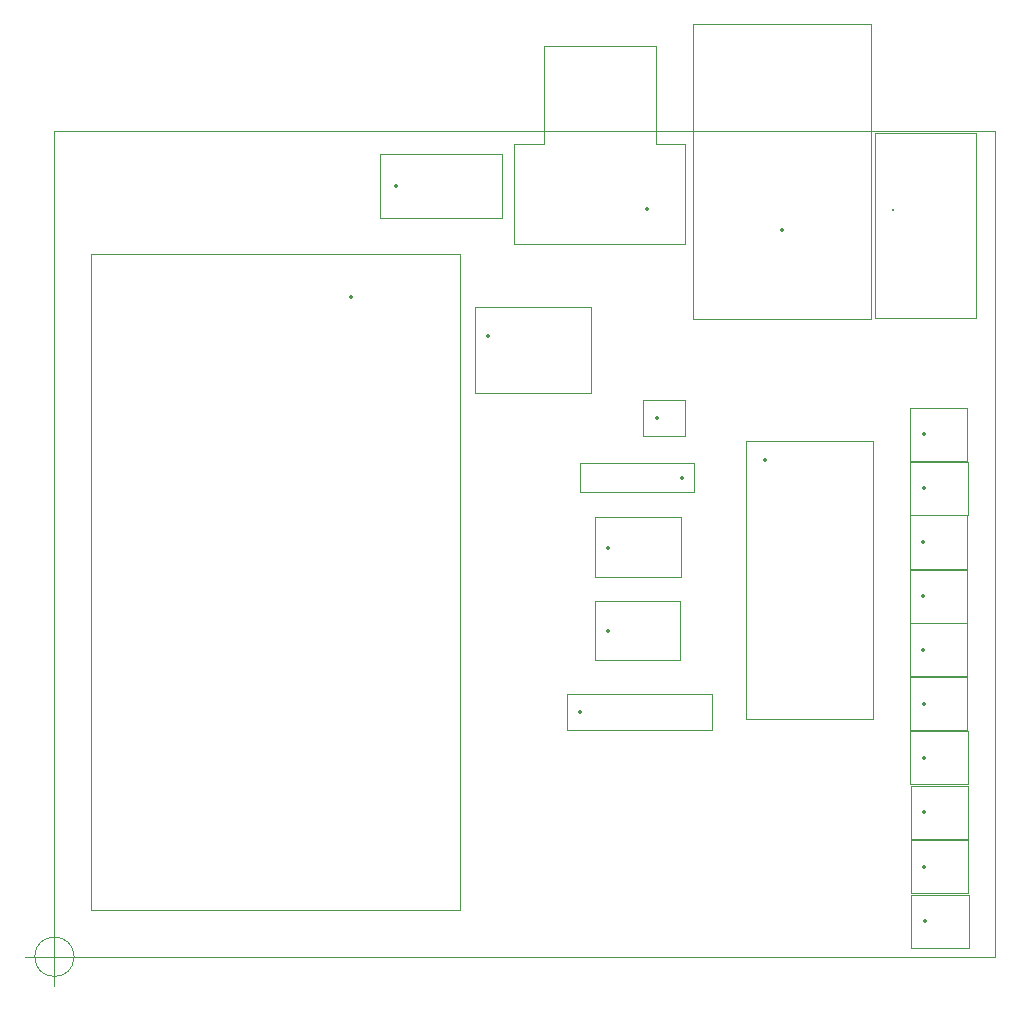
<source format=gbr>
%TF.GenerationSoftware,KiCad,Pcbnew,(6.0.4)*%
%TF.CreationDate,2022-10-12T20:42:57+02:00*%
%TF.ProjectId,swmeter,73776d65-7465-4722-9e6b-696361645f70,0.2*%
%TF.SameCoordinates,PX5d9f490PY775a330*%
%TF.FileFunction,Component,L1,Top*%
%TF.FilePolarity,Positive*%
%FSLAX46Y46*%
G04 Gerber Fmt 4.6, Leading zero omitted, Abs format (unit mm)*
G04 Created by KiCad (PCBNEW (6.0.4)) date 2022-10-12 20:42:57*
%MOMM*%
%LPD*%
G01*
G04 APERTURE LIST*
%TA.AperFunction,ComponentMain*%
%ADD10C,0.300000*%
%TD*%
%TA.AperFunction,ComponentOutline,Courtyard*%
%ADD11C,0.100000*%
%TD*%
%TA.AperFunction,ComponentPin*%
%ADD12P,0.360000X4X0.000000*%
%TD*%
%TA.AperFunction,ComponentPin*%
%ADD13C,0.000000*%
%TD*%
%TA.AperFunction,Profile*%
%ADD14C,0.100000*%
%TD*%
G04 APERTURE END LIST*
D10*
%TO.C,"SW1"*%
%TO.CFtp,"SW_DIP_SPSTx01_Slide_9.78x4.72mm_W7.62mm_P2.54mm"*%
%TO.CVal,"SW_DIP_x01"*%
%TO.CLbN,"Button_Switch_THT"*%
%TO.CMnt,TH*%
%TO.CRot,0*%
X28912500Y65225000D03*
D11*
X37862499Y62525001D02*
X27562501Y62525001D01*
X27562501Y67924999D01*
X37862499Y67924999D01*
X37862499Y62525001D01*
D12*
%TO.P,"SW1","1"*%
X28912500Y65225000D03*
D13*
%TO.P,"SW1","2"*%
X36532500Y65225000D03*
%TD*%
D10*
%TO.C,"SW2"*%
%TO.CFtp,"SW_E-Switch_EG1224_SPDT_Angled"*%
%TO.CVal,"SW_SPDT"*%
%TO.CLbN,"Button_Switch_THT"*%
%TO.CMnt,TH*%
%TO.CRot,180*%
X50180000Y63325000D03*
D11*
X50929999Y68825000D02*
X50930000Y68824999D01*
X53429999Y68824999D01*
X53429999Y60325001D01*
X38930001Y60325001D01*
X38930001Y68824999D01*
X41430000Y68824999D01*
X41430001Y68825000D01*
X41430001Y77074999D01*
X50929999Y77074999D01*
X50929999Y68825000D01*
D12*
%TO.P,"SW2","1","A"*%
X50180000Y63325000D03*
D13*
%TO.P,"SW2",*%
X52180000Y67575000D03*
X40180000Y67575000D03*
X52180000Y61575000D03*
X40180000Y61575000D03*
%TO.P,"SW2","2","B"*%
X46180000Y63325000D03*
%TO.P,"SW2","3","C"*%
X42180000Y63325000D03*
%TD*%
D10*
%TO.C,"D4"*%
%TO.CFtp,"LED_D3.0mm_Clear"*%
%TO.CVal,"LED"*%
%TO.CLbN,"LED_THT"*%
%TO.CMnt,TH*%
%TO.CRot,0*%
X73610000Y16820000D03*
D11*
X77309999Y14570001D02*
X72460001Y14570001D01*
X72460001Y19069999D01*
X77309999Y19069999D01*
X77309999Y14570001D01*
D12*
%TO.P,"D4","1","K"*%
X73610000Y16820000D03*
D13*
%TO.P,"D4","2","A"*%
X76150000Y16820000D03*
%TD*%
D10*
%TO.C,"J1"*%
%TO.CFtp,"Jack_3.5mm_Lumberg_1503_07_Horizontal"*%
%TO.CVal,"AudioPlug"*%
%TO.CLbN,"Connector_Audio"*%
%TO.CMnt,TH*%
%TO.CRot,0*%
X71005000Y63250000D03*
D11*
X78004999Y54100001D02*
X69505001Y54100001D01*
X69505001Y69749999D01*
X78004999Y69749999D01*
X78004999Y54100001D01*
D13*
%TO.P,"J1",*%
X71255000Y59750000D03*
X76255000Y59750000D03*
%TO.P,"J1","R"*%
X76055000Y55750000D03*
%TO.P,"J1","S"*%
X71455000Y55750000D03*
%TO.P,"J1","T"*%
X76505000Y63250000D03*
X71005000Y63250000D03*
%TD*%
D10*
%TO.C,"RV1"*%
%TO.CFtp,"Potentiometer_Bourns_3266Y_Vertical"*%
%TO.CVal,"R_Potentiometer_Trim"*%
%TO.CLbN,"Potentiometer_THT"*%
%TO.CMnt,TH*%
%TO.CRot,180*%
X46865000Y34625000D03*
D11*
X53014999Y32175001D02*
X45765001Y32175001D01*
X45765001Y37224999D01*
X53014999Y37224999D01*
X53014999Y32175001D01*
D12*
%TO.P,"RV1","1","1"*%
X46865000Y34625000D03*
D13*
%TO.P,"RV1","3","3"*%
X51945000Y34625000D03*
%TO.P,"RV1","2","2"*%
X49405000Y34625000D03*
%TD*%
D10*
%TO.C,"D10"*%
%TO.CFtp,"LED_D3.0mm_Clear"*%
%TO.CVal,"red"*%
%TO.CLbN,"LED_THT"*%
%TO.CMnt,TH*%
%TO.CRot,0*%
X73585000Y44220000D03*
D11*
X77284999Y41970001D02*
X72435001Y41970001D01*
X72435001Y46469999D01*
X77284999Y46469999D01*
X77284999Y41970001D01*
D12*
%TO.P,"D10","1","K"*%
X73585000Y44220000D03*
D13*
%TO.P,"D10","2","A"*%
X76125000Y44220000D03*
%TD*%
D10*
%TO.C,"BT1"*%
%TO.CFtp,"BatteryHolder_Eagle_12BH611-GR"*%
%TO.CVal,"Battery_Cell"*%
%TO.CLbN,"Battery"*%
%TO.CMnt,TH*%
%TO.CRot,90*%
X25080000Y55850000D03*
D11*
X34329999Y3950001D02*
X3130001Y3950001D01*
X3130001Y59449999D01*
X34329999Y59449999D01*
X34329999Y3950001D01*
D12*
%TO.P,"BT1","1","+"*%
X25080000Y55850000D03*
D13*
%TO.P,"BT1",*%
X7630000Y44950000D03*
X29830000Y31700000D03*
X7630000Y16950000D03*
%TO.P,"BT1","2","-"*%
X12380000Y55850000D03*
%TD*%
D10*
%TO.C,"D1"*%
%TO.CFtp,"LED_D3.0mm_Clear"*%
%TO.CVal,"LED"*%
%TO.CLbN,"LED_THT"*%
%TO.CMnt,TH*%
%TO.CRot,0*%
X73710000Y2970000D03*
D11*
X77409999Y720001D02*
X72560001Y720001D01*
X72560001Y5219999D01*
X77409999Y5219999D01*
X77409999Y720001D01*
D12*
%TO.P,"D1","1","K"*%
X73710000Y2970000D03*
D13*
%TO.P,"D1","2","A"*%
X76250000Y2970000D03*
%TD*%
D10*
%TO.C,"D9"*%
%TO.CFtp,"LED_D3.0mm_Clear"*%
%TO.CVal,"LED"*%
%TO.CLbN,"LED_THT"*%
%TO.CMnt,TH*%
%TO.CRot,0*%
X73610000Y39645000D03*
D11*
X77309999Y37395001D02*
X72460001Y37395001D01*
X72460001Y41894999D01*
X77309999Y41894999D01*
X77309999Y37395001D01*
D12*
%TO.P,"D9","1","K"*%
X73610000Y39645000D03*
D13*
%TO.P,"D9","2","A"*%
X76150000Y39645000D03*
%TD*%
D10*
%TO.C,"D5"*%
%TO.CFtp,"LED_D3.0mm_Clear"*%
%TO.CVal,"LED"*%
%TO.CLbN,"LED_THT"*%
%TO.CMnt,TH*%
%TO.CRot,0*%
X73585000Y21420000D03*
D11*
X77284999Y19170001D02*
X72435001Y19170001D01*
X72435001Y23669999D01*
X77284999Y23669999D01*
X77284999Y19170001D01*
D12*
%TO.P,"D5","1","K"*%
X73585000Y21420000D03*
D13*
%TO.P,"D5","2","A"*%
X76125000Y21420000D03*
%TD*%
D10*
%TO.C,"D7"*%
%TO.CFtp,"LED_D3.0mm_Clear"*%
%TO.CVal,"LED"*%
%TO.CLbN,"LED_THT"*%
%TO.CMnt,TH*%
%TO.CRot,0*%
X73560000Y30520000D03*
D11*
X77259999Y28270001D02*
X72410001Y28270001D01*
X72410001Y32769999D01*
X77259999Y32769999D01*
X77259999Y28270001D01*
D12*
%TO.P,"D7","1","K"*%
X73560000Y30520000D03*
D13*
%TO.P,"D7","2","A"*%
X76100000Y30520000D03*
%TD*%
D10*
%TO.C,"SW3"*%
%TO.CFtp,"SW_DIP_SPSTx02_Slide_6.7x6.64mm_W7.62mm_P2.54mm_LowProfile"*%
%TO.CVal,"SW_DIP_x02"*%
%TO.CLbN,"Button_Switch_THT"*%
%TO.CMnt,TH*%
%TO.CRot,0*%
X36705000Y52575000D03*
D11*
X45404999Y47675001D02*
X35605001Y47675001D01*
X35605001Y54974999D01*
X45404999Y54974999D01*
X45404999Y47675001D01*
D12*
%TO.P,"SW3","1"*%
X36705000Y52575000D03*
D13*
%TO.P,"SW3","2"*%
X36705000Y50035000D03*
%TO.P,"SW3","3"*%
X44325000Y50035000D03*
%TO.P,"SW3","4"*%
X44325000Y52575000D03*
%TD*%
D10*
%TO.C,"R1"*%
%TO.CFtp,"R_Axial_DIN0207_L6.3mm_D2.5mm_P10.16mm_Horizontal"*%
%TO.CVal,"1K"*%
%TO.CLbN,"Resistor_THT"*%
%TO.CMnt,TH*%
%TO.CRot,0*%
X44480000Y20720000D03*
D11*
X55689999Y19220001D02*
X43430001Y19220001D01*
X43430001Y22219999D01*
X55689999Y22219999D01*
X55689999Y19220001D01*
D12*
%TO.P,"R1","1"*%
X44480000Y20720000D03*
D13*
%TO.P,"R1","2"*%
X54640000Y20720000D03*
%TD*%
D10*
%TO.C,"U1"*%
%TO.CFtp,"DIP-18_W7.62mm_Socket"*%
%TO.CVal,"LM3914N"*%
%TO.CLbN,"Package_DIP"*%
%TO.CMnt,TH*%
%TO.CRot,0*%
X60140000Y42030000D03*
D11*
X69289999Y20130001D02*
X58590001Y20130001D01*
X58590001Y43629999D01*
X69289999Y43629999D01*
X69289999Y20130001D01*
D12*
%TO.P,"U1","1","LED1"*%
X60140000Y42030000D03*
D13*
%TO.P,"U1","2","V-"*%
X60140000Y39490000D03*
%TO.P,"U1","3","V+"*%
X60140000Y36950000D03*
%TO.P,"U1","4","RLO"*%
X60140000Y34410000D03*
%TO.P,"U1","5","SIG"*%
X60140000Y31870000D03*
%TO.P,"U1","6","RHI"*%
X60140000Y29330000D03*
%TO.P,"U1","7","RFOUT"*%
X60140000Y26790000D03*
%TO.P,"U1","8","REFADJ"*%
X60140000Y24250000D03*
%TO.P,"U1","9","MODE"*%
X60140000Y21710000D03*
%TO.P,"U1","10","LED2"*%
X67760000Y21710000D03*
%TO.P,"U1","11","LED3"*%
X67760000Y24250000D03*
%TO.P,"U1","12","LED4"*%
X67760000Y26790000D03*
%TO.P,"U1","13","LED5"*%
X67760000Y29330000D03*
%TO.P,"U1","14","LED6"*%
X67760000Y31870000D03*
%TO.P,"U1","15","LED7"*%
X67760000Y34410000D03*
%TO.P,"U1","16","LED8"*%
X67760000Y36950000D03*
%TO.P,"U1","17","LED9"*%
X67760000Y39490000D03*
%TO.P,"U1","18","LED10"*%
X67760000Y42030000D03*
%TD*%
D10*
%TO.C,"J2"*%
%TO.CFtp,"BNC_TEConnectivity_1478035_Horizontal"*%
%TO.CVal,"Conn_Coaxial"*%
%TO.CLbN,"Connector_Coaxial"*%
%TO.CMnt,TH*%
%TO.CRot,0*%
X61630000Y61550000D03*
D11*
X69159999Y54020001D02*
X54100001Y54020001D01*
X54100001Y78949999D01*
X69159999Y78949999D01*
X69159999Y54020001D01*
D12*
%TO.P,"J2","1","In"*%
X61630000Y61550000D03*
D13*
%TO.P,"J2","2","Ext"*%
X66655000Y56525000D03*
X66655000Y66575000D03*
X56605000Y56525000D03*
X56605000Y66575000D03*
%TD*%
D10*
%TO.C,"D2"*%
%TO.CFtp,"LED_D3.0mm_Clear"*%
%TO.CVal,"LED"*%
%TO.CLbN,"LED_THT"*%
%TO.CMnt,TH*%
%TO.CRot,0*%
X73660000Y7620000D03*
D11*
X77359999Y5370001D02*
X72510001Y5370001D01*
X72510001Y9869999D01*
X77359999Y9869999D01*
X77359999Y5370001D01*
D12*
%TO.P,"D2","1","K"*%
X73660000Y7620000D03*
D13*
%TO.P,"D2","2","A"*%
X76200000Y7620000D03*
%TD*%
D10*
%TO.C,"D0"*%
%TO.CFtp,"D_DO-35_SOD27_P7.62mm_Horizontal"*%
%TO.CVal,"1N914"*%
%TO.CLbN,"Diode_THT"*%
%TO.CMnt,TH*%
%TO.CRot,180*%
X53140000Y40550000D03*
D11*
X54189999Y39300001D02*
X44470001Y39300001D01*
X44470001Y41799999D01*
X54189999Y41799999D01*
X54189999Y39300001D01*
D12*
%TO.P,"D0","1","K"*%
X53140000Y40550000D03*
D13*
%TO.P,"D0","2","A"*%
X45520000Y40550000D03*
%TD*%
D10*
%TO.C,"J3_Meter1"*%
%TO.CFtp,"PinHeader_1x02_P1.27mm_Vertical"*%
%TO.CVal,"Conn_01x02_Male"*%
%TO.CLbN,"Connector_PinHeader_1.27mm"*%
%TO.CMnt,TH*%
%TO.CRot,90*%
X50980000Y45600000D03*
D11*
X53429999Y44050001D02*
X49830001Y44050001D01*
X49830001Y47149999D01*
X53429999Y47149999D01*
X53429999Y44050001D01*
D12*
%TO.P,"J3_Meter1","1","Pin_1"*%
X50980000Y45600000D03*
D13*
%TO.P,"J3_Meter1","2","Pin_2"*%
X52250000Y45600000D03*
%TD*%
D10*
%TO.C,"D3"*%
%TO.CFtp,"LED_D3.0mm_Clear"*%
%TO.CVal,"LED"*%
%TO.CLbN,"LED_THT"*%
%TO.CMnt,TH*%
%TO.CRot,0*%
X73635000Y12220000D03*
D11*
X77334999Y9970001D02*
X72485001Y9970001D01*
X72485001Y14469999D01*
X77334999Y14469999D01*
X77334999Y9970001D01*
D12*
%TO.P,"D3","1","K"*%
X73635000Y12220000D03*
D13*
%TO.P,"D3","2","A"*%
X76175000Y12220000D03*
%TD*%
D10*
%TO.C,"D8"*%
%TO.CFtp,"LED_D3.0mm_Clear"*%
%TO.CVal,"LED"*%
%TO.CLbN,"LED_THT"*%
%TO.CMnt,TH*%
%TO.CRot,0*%
X73560000Y35095000D03*
D11*
X77259999Y32845001D02*
X72410001Y32845001D01*
X72410001Y37344999D01*
X77259999Y37344999D01*
X77259999Y32845001D01*
D12*
%TO.P,"D8","1","K"*%
X73560000Y35095000D03*
D13*
%TO.P,"D8","2","A"*%
X76100000Y35095000D03*
%TD*%
D10*
%TO.C,"RV2"*%
%TO.CFtp,"Potentiometer_Bourns_3266Y_Vertical"*%
%TO.CVal,"4\u002C7K"*%
%TO.CLbN,"Potentiometer_THT"*%
%TO.CMnt,TH*%
%TO.CRot,180*%
X46835000Y27535000D03*
D11*
X52984999Y25085001D02*
X45735001Y25085001D01*
X45735001Y30134999D01*
X52984999Y30134999D01*
X52984999Y25085001D01*
D12*
%TO.P,"RV2","1","1"*%
X46835000Y27535000D03*
D13*
%TO.P,"RV2","3","3"*%
X51915000Y27535000D03*
%TO.P,"RV2","2","2"*%
X49375000Y27535000D03*
%TD*%
D10*
%TO.C,"D6"*%
%TO.CFtp,"LED_D3.0mm_Clear"*%
%TO.CVal,"LED"*%
%TO.CLbN,"LED_THT"*%
%TO.CMnt,TH*%
%TO.CRot,0*%
X73560000Y25970000D03*
D11*
X77259999Y23720001D02*
X72410001Y23720001D01*
X72410001Y28219999D01*
X77259999Y28219999D01*
X77259999Y23720001D01*
D12*
%TO.P,"D6","1","K"*%
X73560000Y25970000D03*
D13*
%TO.P,"D6","2","A"*%
X76100000Y25970000D03*
%TD*%
D14*
X79620000Y69915000D02*
X-15000Y69915000D01*
X-15000Y69915000D02*
X-15000Y-35000D01*
X-15000Y-35000D02*
X79620000Y-35000D01*
X79620000Y-35000D02*
X79620000Y69915000D01*
X1666666Y-20000D02*
G75*
G03*
X1666666Y-20000I-1666666J0D01*
G01*
X-2500000Y-20000D02*
X2500000Y-20000D01*
X0Y2480000D02*
X0Y-2520000D01*
M02*

</source>
